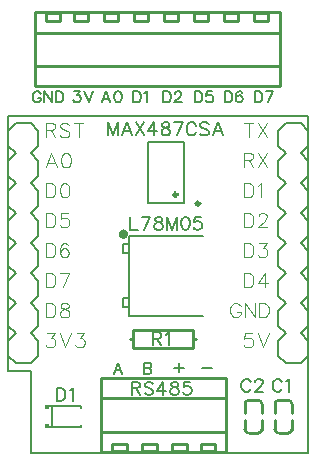
<source format=gto>
G04 Layer: TopSilkLayer*
G04 EasyEDA v6.4.25, 2021-10-17T11:29:02+03:00*
G04 a1471bc6611e4e73a61749ba241ce28d,91e0e8a571584a8f85f685312bed6ac2,10*
G04 Gerber Generator version 0.2*
G04 Scale: 100 percent, Rotated: No, Reflected: No *
G04 Dimensions in millimeters *
G04 leading zeros omitted , absolute positions ,4 integer and 5 decimal *
%FSLAX45Y45*%
%MOMM*%

%ADD10C,0.2540*%
%ADD22C,0.1524*%
%ADD23C,0.1270*%
%ADD24C,0.1520*%
%ADD25C,0.3000*%
%ADD26C,0.4000*%
%ADD27C,0.1500*%
%ADD28C,0.1016*%

%LPD*%
D27*
X1141221Y-3251962D02*
G01*
X1104900Y-3347465D01*
X1141221Y-3251962D02*
G01*
X1177544Y-3347465D01*
X1118615Y-3315462D02*
G01*
X1164081Y-3315462D01*
X1358900Y-3251962D02*
G01*
X1358900Y-3347465D01*
X1358900Y-3251962D02*
G01*
X1399794Y-3251962D01*
X1413510Y-3256534D01*
X1418081Y-3261105D01*
X1422654Y-3269995D01*
X1422654Y-3279139D01*
X1418081Y-3288284D01*
X1413510Y-3292855D01*
X1399794Y-3297428D01*
X1358900Y-3297428D02*
G01*
X1399794Y-3297428D01*
X1413510Y-3302000D01*
X1418081Y-3306318D01*
X1422654Y-3315462D01*
X1422654Y-3329178D01*
X1418081Y-3338321D01*
X1413510Y-3342894D01*
X1399794Y-3347465D01*
X1358900Y-3347465D01*
X1653794Y-3252723D02*
G01*
X1653794Y-3334765D01*
X1612900Y-3293618D02*
G01*
X1694687Y-3293618D01*
X1854200Y-3293618D02*
G01*
X1935988Y-3293618D01*
X487171Y-975868D02*
G01*
X482854Y-966723D01*
X473710Y-957834D01*
X464565Y-953262D01*
X446278Y-953262D01*
X437387Y-957834D01*
X428244Y-966723D01*
X423671Y-975868D01*
X419100Y-989584D01*
X419100Y-1012189D01*
X423671Y-1025905D01*
X428244Y-1035050D01*
X437387Y-1044194D01*
X446278Y-1048765D01*
X464565Y-1048765D01*
X473710Y-1044194D01*
X482854Y-1035050D01*
X487171Y-1025905D01*
X487171Y-1012189D01*
X464565Y-1012189D02*
G01*
X487171Y-1012189D01*
X517397Y-953262D02*
G01*
X517397Y-1048765D01*
X517397Y-953262D02*
G01*
X580897Y-1048765D01*
X580897Y-953262D02*
G01*
X580897Y-1048765D01*
X610870Y-953262D02*
G01*
X610870Y-1048765D01*
X610870Y-953262D02*
G01*
X642620Y-953262D01*
X656336Y-957834D01*
X665479Y-966723D01*
X670052Y-975868D01*
X674623Y-989584D01*
X674623Y-1012189D01*
X670052Y-1025905D01*
X665479Y-1035050D01*
X656336Y-1044194D01*
X642620Y-1048765D01*
X610870Y-1048765D01*
X771144Y-953262D02*
G01*
X821181Y-953262D01*
X793750Y-989584D01*
X807465Y-989584D01*
X816610Y-994155D01*
X821181Y-998728D01*
X825754Y-1012189D01*
X825754Y-1021334D01*
X821181Y-1035050D01*
X812037Y-1044194D01*
X798321Y-1048765D01*
X784605Y-1048765D01*
X771144Y-1044194D01*
X766571Y-1039621D01*
X762000Y-1030478D01*
X855726Y-953262D02*
G01*
X892047Y-1048765D01*
X928370Y-953262D02*
G01*
X892047Y-1048765D01*
X1039621Y-953262D02*
G01*
X1003300Y-1048765D01*
X1039621Y-953262D02*
G01*
X1075944Y-1048765D01*
X1017015Y-1016762D02*
G01*
X1062481Y-1016762D01*
X1133347Y-953262D02*
G01*
X1119631Y-957834D01*
X1110487Y-971295D01*
X1105915Y-994155D01*
X1105915Y-1007618D01*
X1110487Y-1030478D01*
X1119631Y-1044194D01*
X1133347Y-1048765D01*
X1142492Y-1048765D01*
X1155954Y-1044194D01*
X1165097Y-1030478D01*
X1169670Y-1007618D01*
X1169670Y-994155D01*
X1165097Y-971295D01*
X1155954Y-957834D01*
X1142492Y-953262D01*
X1133347Y-953262D01*
X1270000Y-953262D02*
G01*
X1270000Y-1048765D01*
X1270000Y-953262D02*
G01*
X1301750Y-953262D01*
X1315465Y-957834D01*
X1324610Y-966723D01*
X1329181Y-975868D01*
X1333754Y-989584D01*
X1333754Y-1012189D01*
X1329181Y-1025905D01*
X1324610Y-1035050D01*
X1315465Y-1044194D01*
X1301750Y-1048765D01*
X1270000Y-1048765D01*
X1363726Y-971295D02*
G01*
X1372615Y-966723D01*
X1386331Y-953262D01*
X1386331Y-1048765D01*
X1524000Y-953262D02*
G01*
X1524000Y-1048765D01*
X1524000Y-953262D02*
G01*
X1555750Y-953262D01*
X1569465Y-957834D01*
X1578610Y-966723D01*
X1583181Y-975868D01*
X1587754Y-989584D01*
X1587754Y-1012189D01*
X1583181Y-1025905D01*
X1578610Y-1035050D01*
X1569465Y-1044194D01*
X1555750Y-1048765D01*
X1524000Y-1048765D01*
X1622297Y-975868D02*
G01*
X1622297Y-971295D01*
X1626615Y-962405D01*
X1631187Y-957834D01*
X1640331Y-953262D01*
X1658620Y-953262D01*
X1667510Y-957834D01*
X1672081Y-962405D01*
X1676654Y-971295D01*
X1676654Y-980439D01*
X1672081Y-989584D01*
X1663192Y-1003300D01*
X1617726Y-1048765D01*
X1681226Y-1048765D01*
X1790700Y-953262D02*
G01*
X1790700Y-1048765D01*
X1790700Y-953262D02*
G01*
X1822450Y-953262D01*
X1836165Y-957834D01*
X1845310Y-966723D01*
X1849881Y-975868D01*
X1854454Y-989584D01*
X1854454Y-1012189D01*
X1849881Y-1025905D01*
X1845310Y-1035050D01*
X1836165Y-1044194D01*
X1822450Y-1048765D01*
X1790700Y-1048765D01*
X1938781Y-953262D02*
G01*
X1893315Y-953262D01*
X1888997Y-994155D01*
X1893315Y-989584D01*
X1907031Y-985012D01*
X1920747Y-985012D01*
X1934209Y-989584D01*
X1943354Y-998728D01*
X1947925Y-1012189D01*
X1947925Y-1021334D01*
X1943354Y-1035050D01*
X1934209Y-1044194D01*
X1920747Y-1048765D01*
X1907031Y-1048765D01*
X1893315Y-1044194D01*
X1888997Y-1039621D01*
X1884426Y-1030478D01*
X2044700Y-953262D02*
G01*
X2044700Y-1048765D01*
X2044700Y-953262D02*
G01*
X2076450Y-953262D01*
X2090165Y-957834D01*
X2099309Y-966723D01*
X2103881Y-975868D01*
X2108454Y-989584D01*
X2108454Y-1012189D01*
X2103881Y-1025905D01*
X2099309Y-1035050D01*
X2090165Y-1044194D01*
X2076450Y-1048765D01*
X2044700Y-1048765D01*
X2192781Y-966723D02*
G01*
X2188209Y-957834D01*
X2174747Y-953262D01*
X2165604Y-953262D01*
X2151888Y-957834D01*
X2142997Y-971295D01*
X2138425Y-994155D01*
X2138425Y-1016762D01*
X2142997Y-1035050D01*
X2151888Y-1044194D01*
X2165604Y-1048765D01*
X2170175Y-1048765D01*
X2183891Y-1044194D01*
X2192781Y-1035050D01*
X2197354Y-1021334D01*
X2197354Y-1016762D01*
X2192781Y-1003300D01*
X2183891Y-994155D01*
X2170175Y-989584D01*
X2165604Y-989584D01*
X2151888Y-994155D01*
X2142997Y-1003300D01*
X2138425Y-1016762D01*
X2298700Y-953262D02*
G01*
X2298700Y-1048765D01*
X2298700Y-953262D02*
G01*
X2330450Y-953262D01*
X2344165Y-957834D01*
X2353309Y-966723D01*
X2357881Y-975868D01*
X2362454Y-989584D01*
X2362454Y-1012189D01*
X2357881Y-1025905D01*
X2353309Y-1035050D01*
X2344165Y-1044194D01*
X2330450Y-1048765D01*
X2298700Y-1048765D01*
X2455925Y-953262D02*
G01*
X2410459Y-1048765D01*
X2392425Y-953262D02*
G01*
X2455925Y-953262D01*
D22*
X2529077Y-3415792D02*
G01*
X2523743Y-3405378D01*
X2513329Y-3394963D01*
X2503170Y-3389884D01*
X2482341Y-3389884D01*
X2471927Y-3394963D01*
X2461513Y-3405378D01*
X2456179Y-3415792D01*
X2451100Y-3431539D01*
X2451100Y-3457447D01*
X2456179Y-3472942D01*
X2461513Y-3483355D01*
X2471927Y-3493770D01*
X2482341Y-3498850D01*
X2503170Y-3498850D01*
X2513329Y-3493770D01*
X2523743Y-3483355D01*
X2529077Y-3472942D01*
X2563368Y-3410712D02*
G01*
X2573781Y-3405378D01*
X2589275Y-3389884D01*
X2589275Y-3498850D01*
X2262377Y-3415792D02*
G01*
X2257043Y-3405378D01*
X2246629Y-3394963D01*
X2236470Y-3389884D01*
X2215641Y-3389884D01*
X2205227Y-3394963D01*
X2194813Y-3405378D01*
X2189479Y-3415792D01*
X2184400Y-3431539D01*
X2184400Y-3457447D01*
X2189479Y-3472942D01*
X2194813Y-3483355D01*
X2205227Y-3493770D01*
X2215641Y-3498850D01*
X2236470Y-3498850D01*
X2246629Y-3493770D01*
X2257043Y-3483355D01*
X2262377Y-3472942D01*
X2301747Y-3415792D02*
G01*
X2301747Y-3410712D01*
X2307081Y-3400297D01*
X2312161Y-3394963D01*
X2322575Y-3389884D01*
X2343404Y-3389884D01*
X2353818Y-3394963D01*
X2358897Y-3400297D01*
X2364231Y-3410712D01*
X2364231Y-3421126D01*
X2358897Y-3431539D01*
X2348484Y-3447034D01*
X2296668Y-3498850D01*
X2369311Y-3498850D01*
X622300Y-3466084D02*
G01*
X622300Y-3575050D01*
X622300Y-3466084D02*
G01*
X658621Y-3466084D01*
X674370Y-3471163D01*
X684529Y-3481578D01*
X689863Y-3491992D01*
X694944Y-3507739D01*
X694944Y-3533647D01*
X689863Y-3549142D01*
X684529Y-3559555D01*
X674370Y-3569970D01*
X658621Y-3575050D01*
X622300Y-3575050D01*
X729234Y-3486912D02*
G01*
X739647Y-3481578D01*
X755395Y-3466084D01*
X755395Y-3575050D01*
X1257300Y-3415284D02*
G01*
X1257300Y-3524250D01*
X1257300Y-3415284D02*
G01*
X1304036Y-3415284D01*
X1319529Y-3420363D01*
X1324863Y-3425697D01*
X1329944Y-3436112D01*
X1329944Y-3446526D01*
X1324863Y-3456939D01*
X1319529Y-3462020D01*
X1304036Y-3467100D01*
X1257300Y-3467100D01*
X1293621Y-3467100D02*
G01*
X1329944Y-3524250D01*
X1437131Y-3430778D02*
G01*
X1426718Y-3420363D01*
X1410970Y-3415284D01*
X1390395Y-3415284D01*
X1374647Y-3420363D01*
X1364234Y-3430778D01*
X1364234Y-3441192D01*
X1369568Y-3451605D01*
X1374647Y-3456939D01*
X1385062Y-3462020D01*
X1416304Y-3472434D01*
X1426718Y-3477513D01*
X1431797Y-3482847D01*
X1437131Y-3493262D01*
X1437131Y-3508755D01*
X1426718Y-3519170D01*
X1410970Y-3524250D01*
X1390395Y-3524250D01*
X1374647Y-3519170D01*
X1364234Y-3508755D01*
X1523237Y-3415284D02*
G01*
X1471421Y-3487928D01*
X1549400Y-3487928D01*
X1523237Y-3415284D02*
G01*
X1523237Y-3524250D01*
X1609597Y-3415284D02*
G01*
X1593850Y-3420363D01*
X1588770Y-3430778D01*
X1588770Y-3441192D01*
X1593850Y-3451605D01*
X1604263Y-3456939D01*
X1625092Y-3462020D01*
X1640839Y-3467100D01*
X1651000Y-3477513D01*
X1656334Y-3487928D01*
X1656334Y-3503676D01*
X1651000Y-3514089D01*
X1645920Y-3519170D01*
X1630426Y-3524250D01*
X1609597Y-3524250D01*
X1593850Y-3519170D01*
X1588770Y-3514089D01*
X1583689Y-3503676D01*
X1583689Y-3487928D01*
X1588770Y-3477513D01*
X1599184Y-3467100D01*
X1614678Y-3462020D01*
X1635505Y-3456939D01*
X1645920Y-3451605D01*
X1651000Y-3441192D01*
X1651000Y-3430778D01*
X1645920Y-3420363D01*
X1630426Y-3415284D01*
X1609597Y-3415284D01*
X1752854Y-3415284D02*
G01*
X1701037Y-3415284D01*
X1695704Y-3462020D01*
X1701037Y-3456939D01*
X1716531Y-3451605D01*
X1732279Y-3451605D01*
X1747773Y-3456939D01*
X1758187Y-3467100D01*
X1763268Y-3482847D01*
X1763268Y-3493262D01*
X1758187Y-3508755D01*
X1747773Y-3519170D01*
X1732279Y-3524250D01*
X1716531Y-3524250D01*
X1701037Y-3519170D01*
X1695704Y-3514089D01*
X1690623Y-3503676D01*
D28*
X528573Y-2492755D02*
G01*
X528573Y-2614168D01*
X528573Y-2492755D02*
G01*
X568960Y-2492755D01*
X586231Y-2498597D01*
X597662Y-2510281D01*
X603504Y-2521712D01*
X609345Y-2538984D01*
X609345Y-2567939D01*
X603504Y-2585212D01*
X597662Y-2596642D01*
X586231Y-2608326D01*
X568960Y-2614168D01*
X528573Y-2614168D01*
X728218Y-2492755D02*
G01*
X670560Y-2614168D01*
X647445Y-2492755D02*
G01*
X728218Y-2492755D01*
X528573Y-2238755D02*
G01*
X528573Y-2360168D01*
X528573Y-2238755D02*
G01*
X568960Y-2238755D01*
X586231Y-2244597D01*
X597662Y-2256281D01*
X603504Y-2267712D01*
X609345Y-2284984D01*
X609345Y-2313939D01*
X603504Y-2331212D01*
X597662Y-2342642D01*
X586231Y-2354326D01*
X568960Y-2360168D01*
X528573Y-2360168D01*
X716787Y-2256281D02*
G01*
X710945Y-2244597D01*
X693673Y-2238755D01*
X681989Y-2238755D01*
X664718Y-2244597D01*
X653287Y-2261870D01*
X647445Y-2290826D01*
X647445Y-2319781D01*
X653287Y-2342642D01*
X664718Y-2354326D01*
X681989Y-2360168D01*
X687831Y-2360168D01*
X705104Y-2354326D01*
X716787Y-2342642D01*
X722376Y-2325370D01*
X722376Y-2319781D01*
X716787Y-2302255D01*
X705104Y-2290826D01*
X687831Y-2284984D01*
X681989Y-2284984D01*
X664718Y-2290826D01*
X653287Y-2302255D01*
X647445Y-2319781D01*
X528573Y-1984755D02*
G01*
X528573Y-2106168D01*
X528573Y-1984755D02*
G01*
X568960Y-1984755D01*
X586231Y-1990597D01*
X597662Y-2002281D01*
X603504Y-2013712D01*
X609345Y-2030984D01*
X609345Y-2059939D01*
X603504Y-2077212D01*
X597662Y-2088642D01*
X586231Y-2100326D01*
X568960Y-2106168D01*
X528573Y-2106168D01*
X716787Y-1984755D02*
G01*
X658876Y-1984755D01*
X653287Y-2036826D01*
X658876Y-2030984D01*
X676402Y-2025142D01*
X693673Y-2025142D01*
X710945Y-2030984D01*
X722376Y-2042668D01*
X728218Y-2059939D01*
X728218Y-2071370D01*
X722376Y-2088642D01*
X710945Y-2100326D01*
X693673Y-2106168D01*
X676402Y-2106168D01*
X658876Y-2100326D01*
X653287Y-2094484D01*
X647445Y-2083054D01*
X528573Y-2746755D02*
G01*
X528573Y-2868168D01*
X528573Y-2746755D02*
G01*
X568960Y-2746755D01*
X586231Y-2752597D01*
X597662Y-2764281D01*
X603504Y-2775712D01*
X609345Y-2792984D01*
X609345Y-2821939D01*
X603504Y-2839212D01*
X597662Y-2850642D01*
X586231Y-2862326D01*
X568960Y-2868168D01*
X528573Y-2868168D01*
X676402Y-2746755D02*
G01*
X658876Y-2752597D01*
X653287Y-2764281D01*
X653287Y-2775712D01*
X658876Y-2787142D01*
X670560Y-2792984D01*
X693673Y-2798826D01*
X710945Y-2804668D01*
X722376Y-2816097D01*
X728218Y-2827781D01*
X728218Y-2845054D01*
X722376Y-2856484D01*
X716787Y-2862326D01*
X699262Y-2868168D01*
X676402Y-2868168D01*
X658876Y-2862326D01*
X653287Y-2856484D01*
X647445Y-2845054D01*
X647445Y-2827781D01*
X653287Y-2816097D01*
X664718Y-2804668D01*
X681989Y-2798826D01*
X705104Y-2792984D01*
X716787Y-2787142D01*
X722376Y-2775712D01*
X722376Y-2764281D01*
X716787Y-2752597D01*
X699262Y-2746755D01*
X676402Y-2746755D01*
X540004Y-3000755D02*
G01*
X603504Y-3000755D01*
X568960Y-3046984D01*
X586231Y-3046984D01*
X597662Y-3052826D01*
X603504Y-3058668D01*
X609345Y-3075939D01*
X609345Y-3087370D01*
X603504Y-3104642D01*
X592073Y-3116326D01*
X574802Y-3122168D01*
X557276Y-3122168D01*
X540004Y-3116326D01*
X534162Y-3110484D01*
X528573Y-3099054D01*
X647445Y-3000755D02*
G01*
X693673Y-3122168D01*
X739902Y-3000755D02*
G01*
X693673Y-3122168D01*
X789431Y-3000755D02*
G01*
X852931Y-3000755D01*
X818387Y-3046984D01*
X835660Y-3046984D01*
X847089Y-3052826D01*
X852931Y-3058668D01*
X858773Y-3075939D01*
X858773Y-3087370D01*
X852931Y-3104642D01*
X841502Y-3116326D01*
X823976Y-3122168D01*
X806704Y-3122168D01*
X789431Y-3116326D01*
X783589Y-3110484D01*
X778002Y-3099054D01*
X528573Y-1730755D02*
G01*
X528573Y-1852168D01*
X528573Y-1730755D02*
G01*
X568960Y-1730755D01*
X586231Y-1736597D01*
X597662Y-1748281D01*
X603504Y-1759712D01*
X609345Y-1776984D01*
X609345Y-1805939D01*
X603504Y-1823212D01*
X597662Y-1834642D01*
X586231Y-1846326D01*
X568960Y-1852168D01*
X528573Y-1852168D01*
X681989Y-1730755D02*
G01*
X664718Y-1736597D01*
X653287Y-1753870D01*
X647445Y-1782826D01*
X647445Y-1800097D01*
X653287Y-1829054D01*
X664718Y-1846326D01*
X681989Y-1852168D01*
X693673Y-1852168D01*
X710945Y-1846326D01*
X722376Y-1829054D01*
X728218Y-1800097D01*
X728218Y-1782826D01*
X722376Y-1753870D01*
X710945Y-1736597D01*
X693673Y-1730755D01*
X681989Y-1730755D01*
X574802Y-1476755D02*
G01*
X528573Y-1598168D01*
X574802Y-1476755D02*
G01*
X620776Y-1598168D01*
X545845Y-1557781D02*
G01*
X603504Y-1557781D01*
X693673Y-1476755D02*
G01*
X676402Y-1482597D01*
X664718Y-1499870D01*
X658876Y-1528826D01*
X658876Y-1546097D01*
X664718Y-1575054D01*
X676402Y-1592326D01*
X693673Y-1598168D01*
X705104Y-1598168D01*
X722376Y-1592326D01*
X734060Y-1575054D01*
X739902Y-1546097D01*
X739902Y-1528826D01*
X734060Y-1499870D01*
X722376Y-1482597D01*
X705104Y-1476755D01*
X693673Y-1476755D01*
X528573Y-1222755D02*
G01*
X528573Y-1344168D01*
X528573Y-1222755D02*
G01*
X580389Y-1222755D01*
X597662Y-1228597D01*
X603504Y-1234439D01*
X609345Y-1245870D01*
X609345Y-1257554D01*
X603504Y-1268984D01*
X597662Y-1274826D01*
X580389Y-1280668D01*
X528573Y-1280668D01*
X568960Y-1280668D02*
G01*
X609345Y-1344168D01*
X728218Y-1240281D02*
G01*
X716787Y-1228597D01*
X699262Y-1222755D01*
X676402Y-1222755D01*
X658876Y-1228597D01*
X647445Y-1240281D01*
X647445Y-1251712D01*
X653287Y-1263142D01*
X658876Y-1268984D01*
X670560Y-1274826D01*
X705104Y-1286255D01*
X716787Y-1292097D01*
X722376Y-1297939D01*
X728218Y-1309370D01*
X728218Y-1326642D01*
X716787Y-1338326D01*
X699262Y-1344168D01*
X676402Y-1344168D01*
X658876Y-1338326D01*
X647445Y-1326642D01*
X806704Y-1222755D02*
G01*
X806704Y-1344168D01*
X766318Y-1222755D02*
G01*
X847089Y-1222755D01*
X2245359Y-1222755D02*
G01*
X2245359Y-1344168D01*
X2204974Y-1222755D02*
G01*
X2285745Y-1222755D01*
X2323845Y-1222755D02*
G01*
X2404618Y-1344168D01*
X2404618Y-1222755D02*
G01*
X2323845Y-1344168D01*
X2204974Y-1476755D02*
G01*
X2204974Y-1598168D01*
X2204974Y-1476755D02*
G01*
X2256790Y-1476755D01*
X2274061Y-1482597D01*
X2279904Y-1488439D01*
X2285745Y-1499870D01*
X2285745Y-1511554D01*
X2279904Y-1522984D01*
X2274061Y-1528826D01*
X2256790Y-1534668D01*
X2204974Y-1534668D01*
X2245359Y-1534668D02*
G01*
X2285745Y-1598168D01*
X2323845Y-1476755D02*
G01*
X2404618Y-1598168D01*
X2404618Y-1476755D02*
G01*
X2323845Y-1598168D01*
X2204974Y-1730755D02*
G01*
X2204974Y-1852168D01*
X2204974Y-1730755D02*
G01*
X2245359Y-1730755D01*
X2262631Y-1736597D01*
X2274061Y-1748281D01*
X2279904Y-1759712D01*
X2285745Y-1776984D01*
X2285745Y-1805939D01*
X2279904Y-1823212D01*
X2274061Y-1834642D01*
X2262631Y-1846326D01*
X2245359Y-1852168D01*
X2204974Y-1852168D01*
X2323845Y-1753870D02*
G01*
X2335275Y-1748281D01*
X2352802Y-1730755D01*
X2352802Y-1852168D01*
X2204974Y-1984755D02*
G01*
X2204974Y-2106168D01*
X2204974Y-1984755D02*
G01*
X2245359Y-1984755D01*
X2262631Y-1990597D01*
X2274061Y-2002281D01*
X2279904Y-2013712D01*
X2285745Y-2030984D01*
X2285745Y-2059939D01*
X2279904Y-2077212D01*
X2274061Y-2088642D01*
X2262631Y-2100326D01*
X2245359Y-2106168D01*
X2204974Y-2106168D01*
X2329688Y-2013712D02*
G01*
X2329688Y-2007870D01*
X2335275Y-1996439D01*
X2341118Y-1990597D01*
X2352802Y-1984755D01*
X2375661Y-1984755D01*
X2387345Y-1990597D01*
X2393188Y-1996439D01*
X2398775Y-2007870D01*
X2398775Y-2019554D01*
X2393188Y-2030984D01*
X2381504Y-2048255D01*
X2323845Y-2106168D01*
X2404618Y-2106168D01*
X2204974Y-2238755D02*
G01*
X2204974Y-2360168D01*
X2204974Y-2238755D02*
G01*
X2245359Y-2238755D01*
X2262631Y-2244597D01*
X2274061Y-2256281D01*
X2279904Y-2267712D01*
X2285745Y-2284984D01*
X2285745Y-2313939D01*
X2279904Y-2331212D01*
X2274061Y-2342642D01*
X2262631Y-2354326D01*
X2245359Y-2360168D01*
X2204974Y-2360168D01*
X2335275Y-2238755D02*
G01*
X2398775Y-2238755D01*
X2364231Y-2284984D01*
X2381504Y-2284984D01*
X2393188Y-2290826D01*
X2398775Y-2296668D01*
X2404618Y-2313939D01*
X2404618Y-2325370D01*
X2398775Y-2342642D01*
X2387345Y-2354326D01*
X2370074Y-2360168D01*
X2352802Y-2360168D01*
X2335275Y-2354326D01*
X2329688Y-2348484D01*
X2323845Y-2337054D01*
X2204974Y-2492755D02*
G01*
X2204974Y-2614168D01*
X2204974Y-2492755D02*
G01*
X2245359Y-2492755D01*
X2262631Y-2498597D01*
X2274061Y-2510281D01*
X2279904Y-2521712D01*
X2285745Y-2538984D01*
X2285745Y-2567939D01*
X2279904Y-2585212D01*
X2274061Y-2596642D01*
X2262631Y-2608326D01*
X2245359Y-2614168D01*
X2204974Y-2614168D01*
X2381504Y-2492755D02*
G01*
X2323845Y-2573781D01*
X2410459Y-2573781D01*
X2381504Y-2492755D02*
G01*
X2381504Y-2614168D01*
X2177288Y-2775712D02*
G01*
X2171445Y-2764281D01*
X2159761Y-2752597D01*
X2148331Y-2746755D01*
X2125218Y-2746755D01*
X2113788Y-2752597D01*
X2102104Y-2764281D01*
X2096261Y-2775712D01*
X2090674Y-2792984D01*
X2090674Y-2821939D01*
X2096261Y-2839212D01*
X2102104Y-2850642D01*
X2113788Y-2862326D01*
X2125218Y-2868168D01*
X2148331Y-2868168D01*
X2159761Y-2862326D01*
X2171445Y-2850642D01*
X2177288Y-2839212D01*
X2177288Y-2821939D01*
X2148331Y-2821939D02*
G01*
X2177288Y-2821939D01*
X2215388Y-2746755D02*
G01*
X2215388Y-2868168D01*
X2215388Y-2746755D02*
G01*
X2296159Y-2868168D01*
X2296159Y-2746755D02*
G01*
X2296159Y-2868168D01*
X2334259Y-2746755D02*
G01*
X2334259Y-2868168D01*
X2334259Y-2746755D02*
G01*
X2374645Y-2746755D01*
X2391918Y-2752597D01*
X2403602Y-2764281D01*
X2409190Y-2775712D01*
X2415031Y-2792984D01*
X2415031Y-2821939D01*
X2409190Y-2839212D01*
X2403602Y-2850642D01*
X2391918Y-2862326D01*
X2374645Y-2868168D01*
X2334259Y-2868168D01*
X2274061Y-3000755D02*
G01*
X2216404Y-3000755D01*
X2210561Y-3052826D01*
X2216404Y-3046984D01*
X2233675Y-3041142D01*
X2251202Y-3041142D01*
X2268474Y-3046984D01*
X2279904Y-3058668D01*
X2285745Y-3075939D01*
X2285745Y-3087370D01*
X2279904Y-3104642D01*
X2268474Y-3116326D01*
X2251202Y-3122168D01*
X2233675Y-3122168D01*
X2216404Y-3116326D01*
X2210561Y-3110484D01*
X2204974Y-3099054D01*
X2323845Y-3000755D02*
G01*
X2370074Y-3122168D01*
X2416302Y-3000755D02*
G01*
X2370074Y-3122168D01*
D22*
X1244600Y-2018284D02*
G01*
X1244600Y-2127250D01*
X1244600Y-2127250D02*
G01*
X1306829Y-2127250D01*
X1414018Y-2018284D02*
G01*
X1361947Y-2127250D01*
X1341120Y-2018284D02*
G01*
X1414018Y-2018284D01*
X1474215Y-2018284D02*
G01*
X1458721Y-2023363D01*
X1453387Y-2033778D01*
X1453387Y-2044192D01*
X1458721Y-2054605D01*
X1469136Y-2059939D01*
X1489710Y-2065020D01*
X1505457Y-2070100D01*
X1515871Y-2080513D01*
X1520952Y-2090928D01*
X1520952Y-2106676D01*
X1515871Y-2117089D01*
X1510537Y-2122170D01*
X1495044Y-2127250D01*
X1474215Y-2127250D01*
X1458721Y-2122170D01*
X1453387Y-2117089D01*
X1448307Y-2106676D01*
X1448307Y-2090928D01*
X1453387Y-2080513D01*
X1463802Y-2070100D01*
X1479550Y-2065020D01*
X1500123Y-2059939D01*
X1510537Y-2054605D01*
X1515871Y-2044192D01*
X1515871Y-2033778D01*
X1510537Y-2023363D01*
X1495044Y-2018284D01*
X1474215Y-2018284D01*
X1555242Y-2018284D02*
G01*
X1555242Y-2127250D01*
X1555242Y-2018284D02*
G01*
X1596897Y-2127250D01*
X1638300Y-2018284D02*
G01*
X1596897Y-2127250D01*
X1638300Y-2018284D02*
G01*
X1638300Y-2127250D01*
X1703831Y-2018284D02*
G01*
X1688337Y-2023363D01*
X1677923Y-2039112D01*
X1672589Y-2065020D01*
X1672589Y-2080513D01*
X1677923Y-2106676D01*
X1688337Y-2122170D01*
X1703831Y-2127250D01*
X1714245Y-2127250D01*
X1729739Y-2122170D01*
X1740154Y-2106676D01*
X1745487Y-2080513D01*
X1745487Y-2065020D01*
X1740154Y-2039112D01*
X1729739Y-2023363D01*
X1714245Y-2018284D01*
X1703831Y-2018284D01*
X1842007Y-2018284D02*
G01*
X1790192Y-2018284D01*
X1784857Y-2065020D01*
X1790192Y-2059939D01*
X1805686Y-2054605D01*
X1821179Y-2054605D01*
X1836928Y-2059939D01*
X1847342Y-2070100D01*
X1852421Y-2085847D01*
X1852421Y-2096262D01*
X1847342Y-2111755D01*
X1836928Y-2122170D01*
X1821179Y-2127250D01*
X1805686Y-2127250D01*
X1790192Y-2122170D01*
X1784857Y-2117089D01*
X1779778Y-2106676D01*
X1435100Y-2996184D02*
G01*
X1435100Y-3105150D01*
X1435100Y-2996184D02*
G01*
X1481836Y-2996184D01*
X1497329Y-3001263D01*
X1502663Y-3006597D01*
X1507744Y-3017012D01*
X1507744Y-3027426D01*
X1502663Y-3037839D01*
X1497329Y-3042920D01*
X1481836Y-3048000D01*
X1435100Y-3048000D01*
X1471421Y-3048000D02*
G01*
X1507744Y-3105150D01*
X1542034Y-3017012D02*
G01*
X1552447Y-3011678D01*
X1568195Y-2996184D01*
X1568195Y-3105150D01*
D24*
X1054100Y-1218184D02*
G01*
X1054100Y-1327150D01*
X1054100Y-1218184D02*
G01*
X1095755Y-1327150D01*
X1137157Y-1218184D02*
G01*
X1095755Y-1327150D01*
X1137157Y-1218184D02*
G01*
X1137157Y-1327150D01*
X1213104Y-1218184D02*
G01*
X1171447Y-1327150D01*
X1213104Y-1218184D02*
G01*
X1254760Y-1327150D01*
X1187195Y-1290828D02*
G01*
X1239012Y-1290828D01*
X1289050Y-1218184D02*
G01*
X1361694Y-1327150D01*
X1361694Y-1218184D02*
G01*
X1289050Y-1327150D01*
X1447800Y-1218184D02*
G01*
X1395984Y-1290828D01*
X1473962Y-1290828D01*
X1447800Y-1218184D02*
G01*
X1447800Y-1327150D01*
X1534160Y-1218184D02*
G01*
X1518665Y-1223263D01*
X1513331Y-1233678D01*
X1513331Y-1244092D01*
X1518665Y-1254505D01*
X1529079Y-1259839D01*
X1549654Y-1264920D01*
X1565402Y-1270000D01*
X1575815Y-1280413D01*
X1580895Y-1290828D01*
X1580895Y-1306576D01*
X1575815Y-1316989D01*
X1570481Y-1322070D01*
X1554987Y-1327150D01*
X1534160Y-1327150D01*
X1518665Y-1322070D01*
X1513331Y-1316989D01*
X1508252Y-1306576D01*
X1508252Y-1290828D01*
X1513331Y-1280413D01*
X1523745Y-1270000D01*
X1539239Y-1264920D01*
X1560068Y-1259839D01*
X1570481Y-1254505D01*
X1575815Y-1244092D01*
X1575815Y-1233678D01*
X1570481Y-1223263D01*
X1554987Y-1218184D01*
X1534160Y-1218184D01*
X1687829Y-1218184D02*
G01*
X1636013Y-1327150D01*
X1615186Y-1218184D02*
G01*
X1687829Y-1218184D01*
X1800097Y-1244092D02*
G01*
X1795018Y-1233678D01*
X1784604Y-1223263D01*
X1774189Y-1218184D01*
X1753362Y-1218184D01*
X1742947Y-1223263D01*
X1732534Y-1233678D01*
X1727454Y-1244092D01*
X1722120Y-1259839D01*
X1722120Y-1285747D01*
X1727454Y-1301242D01*
X1732534Y-1311655D01*
X1742947Y-1322070D01*
X1753362Y-1327150D01*
X1774189Y-1327150D01*
X1784604Y-1322070D01*
X1795018Y-1311655D01*
X1800097Y-1301242D01*
X1907286Y-1233678D02*
G01*
X1896871Y-1223263D01*
X1881123Y-1218184D01*
X1860550Y-1218184D01*
X1844802Y-1223263D01*
X1834387Y-1233678D01*
X1834387Y-1244092D01*
X1839721Y-1254505D01*
X1844802Y-1259839D01*
X1855215Y-1264920D01*
X1886457Y-1275334D01*
X1896871Y-1280413D01*
X1901952Y-1285747D01*
X1907286Y-1296162D01*
X1907286Y-1311655D01*
X1896871Y-1322070D01*
X1881123Y-1327150D01*
X1860550Y-1327150D01*
X1844802Y-1322070D01*
X1834387Y-1311655D01*
X1982977Y-1218184D02*
G01*
X1941575Y-1327150D01*
X1982977Y-1218184D02*
G01*
X2024634Y-1327150D01*
X1957070Y-1290828D02*
G01*
X2009140Y-1290828D01*
G36*
X522325Y-3614165D02*
G01*
X522325Y-3643680D01*
X552805Y-3643680D01*
X552805Y-3614165D01*
G37*
G36*
X522325Y-3773119D02*
G01*
X522325Y-3802634D01*
X552805Y-3802634D01*
X552805Y-3773119D01*
G37*
D10*
X2500022Y-3569398D02*
G01*
X2580025Y-3569398D01*
X2469037Y-3680373D02*
G01*
X2469037Y-3600376D01*
X2611003Y-3680373D02*
G01*
X2611003Y-3600376D01*
X2468455Y-3737963D02*
G01*
X2468455Y-3817962D01*
X2499438Y-3848945D02*
G01*
X2579436Y-3848945D01*
X2610416Y-3737963D02*
G01*
X2610416Y-3817962D01*
X2246022Y-3569398D02*
G01*
X2326025Y-3569398D01*
X2215037Y-3680373D02*
G01*
X2215037Y-3600376D01*
X2357003Y-3680373D02*
G01*
X2357003Y-3600376D01*
X2214455Y-3737963D02*
G01*
X2214455Y-3817962D01*
X2245438Y-3848945D02*
G01*
X2325436Y-3848945D01*
X2356416Y-3737963D02*
G01*
X2356416Y-3817962D01*
D22*
X545183Y-3621780D02*
G01*
X826416Y-3621780D01*
X826416Y-3621780D02*
G01*
X826416Y-3638580D01*
X545183Y-3795019D02*
G01*
X826416Y-3795019D01*
X826416Y-3795019D02*
G01*
X826416Y-3778219D01*
X580870Y-3621780D02*
G01*
X580870Y-3795019D01*
D10*
X2513200Y-282955D02*
G01*
X2513200Y-910899D01*
X2513200Y-282955D02*
G01*
X433199Y-282955D01*
X2513200Y-741154D02*
G01*
X433199Y-741154D01*
X2513200Y-457387D02*
G01*
X433199Y-457387D01*
X433199Y-282955D02*
G01*
X433199Y-910899D01*
X2513200Y-910899D02*
G01*
X433199Y-910899D01*
X527050Y-292100D02*
G01*
X647700Y-292100D01*
X647700Y-355600D01*
X527050Y-355600D01*
X527050Y-292100D01*
X768350Y-292100D02*
G01*
X889000Y-292100D01*
X889000Y-355600D01*
X768350Y-355600D01*
X768350Y-292100D01*
X1022350Y-292100D02*
G01*
X1143000Y-292100D01*
X1143000Y-355600D01*
X1022350Y-355600D01*
X1022350Y-292100D01*
X1276350Y-292100D02*
G01*
X1397000Y-292100D01*
X1397000Y-355600D01*
X1276350Y-355600D01*
X1276350Y-292100D01*
X1530350Y-292100D02*
G01*
X1651000Y-292100D01*
X1651000Y-355600D01*
X1530350Y-355600D01*
X1530350Y-292100D01*
X1784350Y-292100D02*
G01*
X1905000Y-292100D01*
X1905000Y-355600D01*
X1784350Y-355600D01*
X1784350Y-292100D01*
X2038350Y-292100D02*
G01*
X2159000Y-292100D01*
X2159000Y-355600D01*
X2038350Y-355600D01*
X2038350Y-292100D01*
X2292350Y-292100D02*
G01*
X2413000Y-292100D01*
X2413000Y-355600D01*
X2292350Y-355600D01*
X2292350Y-292100D01*
X991999Y-4009644D02*
G01*
X991999Y-3381700D01*
X991999Y-4009644D02*
G01*
X2056000Y-4009644D01*
X991999Y-3551445D02*
G01*
X2056000Y-3551445D01*
X991999Y-3835212D02*
G01*
X2056000Y-3835212D01*
X2056000Y-4009644D02*
G01*
X2056000Y-3381700D01*
X991999Y-3381700D02*
G01*
X2056000Y-3381700D01*
X1962150Y-4000500D02*
G01*
X1841500Y-4000500D01*
X1841500Y-3937000D01*
X1962150Y-3937000D01*
X1962150Y-4000500D01*
X1720850Y-4000500D02*
G01*
X1600200Y-4000500D01*
X1600200Y-3937000D01*
X1720850Y-3937000D01*
X1720850Y-4000500D01*
X1466850Y-4000500D02*
G01*
X1346200Y-4000500D01*
X1346200Y-3937000D01*
X1466850Y-3937000D01*
X1466850Y-4000500D01*
X1212850Y-4000500D02*
G01*
X1092200Y-4000500D01*
X1092200Y-3937000D01*
X1212850Y-3937000D01*
X1212850Y-4000500D01*
D23*
X210997Y-2049500D02*
G01*
X274497Y-1986000D01*
X210997Y-1922500D01*
X210997Y-1795500D01*
X274497Y-1732000D01*
X210997Y-1668500D01*
X210997Y-1541500D01*
X274497Y-1478000D01*
X210997Y-1414500D01*
X210997Y-1287500D01*
X274497Y-1224000D01*
X401497Y-1224000D01*
X464997Y-1287500D01*
X464997Y-1414500D01*
X401497Y-1478000D01*
X464997Y-1541500D01*
X464997Y-1668500D01*
X401497Y-1732000D01*
X464997Y-1795500D01*
X464997Y-1922500D01*
X401497Y-1986000D01*
X464997Y-2049500D01*
X464997Y-2176500D01*
X401497Y-2240000D01*
X464997Y-2303500D01*
X464997Y-2430500D01*
X401497Y-2494000D01*
X464997Y-2557500D01*
X464997Y-2684500D01*
X401497Y-2748000D01*
X464997Y-2811500D01*
X464997Y-2938500D01*
X401497Y-3002000D01*
X464997Y-3065500D01*
X464997Y-3192500D01*
X401497Y-3256000D01*
X274497Y-3256000D01*
X210997Y-3192500D01*
X210997Y-2176500D02*
G01*
X274497Y-2240000D01*
X210997Y-2303500D01*
X210997Y-2430500D02*
G01*
X274497Y-2494000D01*
X210997Y-2557500D01*
X210997Y-2684500D02*
G01*
X274497Y-2748000D01*
X210997Y-2811500D01*
X210997Y-2938500D02*
G01*
X274497Y-3002000D01*
X210997Y-3065500D01*
X210997Y-1287500D02*
G01*
X210997Y-1160500D01*
X2750997Y-1160500D01*
X2750997Y-1287500D01*
X2750997Y-1414500D01*
X2750997Y-1541500D01*
X2750997Y-1668500D01*
X2750997Y-1795500D01*
X2750997Y-1922500D01*
X2750997Y-4018000D01*
X401497Y-4018000D01*
X401497Y-3319500D01*
X210997Y-3319500D01*
X210997Y-1922500D01*
X210997Y-1795500D02*
G01*
X210997Y-1668500D01*
X210997Y-1541500D02*
G01*
X210997Y-1414500D01*
X2750997Y-1922500D02*
G01*
X2687497Y-1986000D01*
X2750997Y-2049500D01*
X2750997Y-2176500D02*
G01*
X2687497Y-2240000D01*
X2750997Y-2303500D01*
X2750997Y-2430500D02*
G01*
X2687497Y-2494000D01*
X2750997Y-2557500D01*
X2750997Y-2684500D02*
G01*
X2687497Y-2748000D01*
X2750997Y-2811500D01*
X2750997Y-2938500D02*
G01*
X2687497Y-3002000D01*
X2750997Y-3065500D01*
X2750997Y-3192500D02*
G01*
X2687497Y-3256000D01*
X2560497Y-3256000D01*
X2496997Y-3192500D01*
X2496997Y-3065500D01*
X2560497Y-3002000D01*
X2496997Y-2938500D01*
X2496997Y-2811500D01*
X2560497Y-2748000D01*
X2496997Y-2684500D01*
X2496997Y-2557500D01*
X2560497Y-2494000D01*
X2496997Y-2430500D01*
X2496997Y-2303500D01*
X2560497Y-2240000D01*
X2496997Y-2176500D01*
X2496997Y-2049500D01*
X2560497Y-1986000D01*
X2496997Y-1922500D01*
X2496997Y-1795500D01*
X2560497Y-1732000D01*
X2496997Y-1668500D01*
X2496997Y-1541500D01*
X2560497Y-1478000D01*
X2496997Y-1414500D01*
X2496997Y-1287500D01*
X2560497Y-1224000D01*
X2687497Y-1224000D01*
X2750997Y-1287500D01*
X2750997Y-1414500D02*
G01*
X2687497Y-1478000D01*
X2750997Y-1541500D01*
X2750997Y-1668500D02*
G01*
X2687497Y-1732000D01*
X2750997Y-1795500D01*
D24*
X1236814Y-2704947D02*
G01*
X1181188Y-2704947D01*
X1181188Y-2779115D01*
X1236814Y-2779115D01*
X1236814Y-2778074D01*
X1236814Y-2249931D02*
G01*
X1181188Y-2249931D01*
X1181188Y-2324100D01*
X1236814Y-2324100D01*
X1236814Y-2323058D01*
D22*
X1861926Y-2178715D02*
G01*
X1236690Y-2178715D01*
X1236690Y-2178715D02*
G01*
X1236690Y-2853954D01*
X1861926Y-2853954D02*
G01*
X1236690Y-2853954D01*
D10*
X1270000Y-3048000D02*
G01*
X1244600Y-3048000D01*
X1778000Y-3048000D02*
G01*
X1803400Y-3048000D01*
X1270000Y-3048000D02*
G01*
X1270000Y-2971800D01*
X1270000Y-3124200D02*
G01*
X1270000Y-3048000D01*
X1778000Y-3124200D02*
G01*
X1270000Y-3124200D01*
X1778000Y-3048000D02*
G01*
X1778000Y-3124200D01*
X1778000Y-2971800D02*
G01*
X1778000Y-3048000D01*
X1270000Y-2971800D02*
G01*
X1778000Y-2971800D01*
D22*
X1701540Y-1895919D02*
G01*
X1397259Y-1895919D01*
X1397259Y-1380680D01*
X1701540Y-1380680D01*
X1701540Y-1895919D01*
D10*
G75*
G01*
X2499439Y-3848951D02*
G02*
X2468456Y-3817968I0J30983D01*
G75*
G01*
X2610422Y-3817968D02*
G02*
X2579436Y-3848951I-30983J0D01*
G75*
G01*
X2469037Y-3600381D02*
G02*
X2500023Y-3569399I30983J0D01*
G75*
G01*
X2580020Y-3569399D02*
G02*
X2611003Y-3600381I0J-30982D01*
G75*
G01*
X2245439Y-3848951D02*
G02*
X2214456Y-3817968I0J30983D01*
G75*
G01*
X2356422Y-3817968D02*
G02*
X2325436Y-3848951I-30983J0D01*
G75*
G01*
X2215037Y-3600381D02*
G02*
X2246023Y-3569399I30983J0D01*
G75*
G01*
X2326020Y-3569399D02*
G02*
X2357003Y-3600381I0J-30982D01*
D26*
G75*
G01*
X1186175Y-2184408D02*
G03*
X1185921Y-2184408I-127J20000D01*
D25*
G75*
G01
X1641323Y-1828800D02*
G03X1641323Y-1828800I-15011J0D01*
G75*
G01
X1832661Y-1905533D02*
G03X1832661Y-1905533I-15011J0D01*
M02*

</source>
